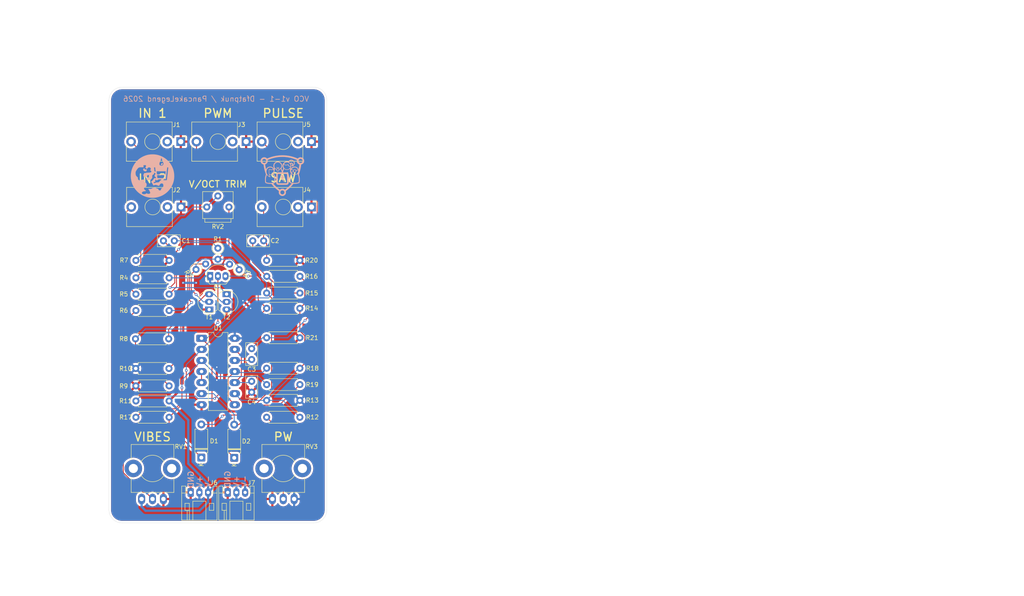
<source format=kicad_pcb>
(kicad_pcb (version 20241229) (generator "pcbnew") (generator_version "9.0")
  (layers (0 "F.Cu" signal) (2 "B.Cu" signal) (13 "F.Paste" user) (15 "B.Paste" user) (5 "F.SilkS" user "F.Silkscreen") (7 "B.SilkS" user "B.Silkscreen") (1 "F.Mask" user) (3 "B.Mask" user) (25 "Edge.Cuts" user))
  (net 0 "")
  (net 1 "Net-(D1-A)")
  (net 2 "Net-(D2-K)")
  (net 3 "Net-(D1-K)")
  (net 4 "Net-(C2-Pad2)")
  (net 5 "Net-(C3-Pad1)")
  (net 6 "Net-(C3-Pad2)")
  (net 7 "Net-(D2-A)")
  (net 9 "GND")
  (net 10 "Net-(J1-PadT)")
  (net 11 "Net-(J2-PadT)")
  (net 13 "Net-(J3-PadT)")
  (net 17 "VDD")
  (net 18 "Net-(Q1-B)")
  (net 19 "Net-(Q1-E)")
  (net 20 "Net-(R1-Pad1)")
  (net 21 "Net-(R2-Pad2)")
  (net 22 "Net-(R6-Pad1)")
  (net 23 "Net-(T1-B)")
  (net 24 "Net-(R7-Pad1)")
  (net 25 "Net-(T1-E)")
  (net 26 "VSS")
  (net 27 "Net-(R12-Pad1)")
  (net 28 "Net-(R12-Pad2)")
  (net 29 "Net-(R17-Pad2)")
  (net 30 "Net-(R18-Pad2)")
  (net 31 "Net-(U1-Pad4)")
  (net 32 "Net-(C4-Pad2)")
  (net 33 "Net-(R3-Pad2)")
  (footprint "HackSynth:Potentiometer_Alps_RK09K_Horizontal" (layer "F.Cu") (at 90 137.5)
    (property "Reference" "RV3" (at 6.5 -5 0) (layer "F.SilkS"))
    (property "Value" "22k")
    (pad "" np_thru_hole circle (at -4.4 0 90) (size 4 4) (drill 2.1) (layers "*.Cu" "*.Mask"))
    (pad "" np_thru_hole circle (at 4.4 0 90) (size 4 4) (drill 2.1) (layers "*.Cu" "*.Mask"))
    (pad "1" thru_hole oval (at 2.500001 7 90) (size 2.4 1.6) (drill 1) (layers "*.Cu" "*.Mask") (net 17 "VDD"))
    (pad "2" thru_hole oval (at 0 7 90) (size 2.4 1.6) (drill 1) (layers "*.Cu" "*.Mask") (net 27 "Net-(R12-Pad1)"))
    (pad "3" thru_hole oval (at -2.500001 7 90) (size 2.4 1.6) (drill 1) (layers "*.Cu" "*.Mask") (net 9 "GND"))
  )
  (footprint "HackSynth:TO-92_Inline - Handsolder" (layer "F.Cu") (at 73.73 93.36)
    (property "Reference" "Q1" (at 1.28 2.56 0) (layer "F.SilkS"))
    (property "Value" "BC548 NPN")
    (pad "1" thru_hole rect (at -0.5 0) (size 1.35 1.9) (drill 0.75) (layers "*.Cu" "*.Mask") (net 17 "VDD"))
    (pad "2" thru_hole oval (at 1.27 0) (size 1.35 1.9) (drill 0.75) (layers "*.Cu" "*.Mask" "Eco1.User") (net 18 "Net-(Q1-B)"))
    (pad "3" thru_hole oval (at 3 0) (size 1.35 1.9) (drill 0.75) (layers "*.Cu" "*.Mask") (net 19 "Net-(Q1-E)"))
  )
  (footprint "Resistor_THT:R_Axial_DIN0207_L6.3mm_D2.5mm_P7.62mm_Horizontal" (layer "F.Cu") (at 56.19 89.75)
    (property "Reference" "R7" (at -2.74 -0.025 0) (layer "F.SilkS"))
    (property "Value" "1.5k")
    (pad "1" thru_hole circle (at 0 0) (size 1.6 1.6) (drill 0.8) (layers "*.Cu" "*.Mask") (net 24 "Net-(R7-Pad1)"))
    (pad "2" thru_hole circle (at 7.62 0) (size 1.6 1.6) (drill 0.8) (layers "*.Cu" "*.Mask") (net 9 "GND"))
  )
  (footprint "Resistor_THT:R_Axial_DIN0207_L6.3mm_D2.5mm_P7.62mm_Horizontal" (layer "F.Cu") (at 56.19 97.5)
    (property "Reference" "R5" (at -2.79 0 0) (layer "F.SilkS"))
    (property "Value" "100k")
    (pad "1" thru_hole circle (at 0 0) (size 1.6 1.6) (drill 0.8) (layers "*.Cu" "*.Mask") (net 11 "Net-(J2-PadT)"))
    (pad "2" thru_hole circle (at 7.62 0) (size 1.6 1.6) (drill 0.8) (layers "*.Cu" "*.Mask") (net 20 "Net-(R1-Pad1)"))
  )
  (footprint "HackSynth:Jack_3.5mm" (layer "F.Cu") (at 75 62.5 90)
    (property "Reference" "J3" (at 3.9 5.425 180) (layer "F.SilkS"))
    (property "Value" "PWM")
    (pad "G" thru_hole rect (at 0 6.48 90) (size 2 2) (drill 1.2) (layers "*.Cu" "*.Mask") (net 9 "GND"))
    (pad "S" thru_hole circle (at 0 3.38 90) (size 2.2 2.2) (drill 1.2) (layers "*.Cu" "*.Mask"))
    (pad "T" thru_hole circle (at 0 -4.92 90) (size 2.2 2.2) (drill 1.2) (layers "*.Cu" "*.Mask") (net 13 "Net-(J3-PadT)"))
    (zone (net 0) (net_name "") (layer "F.Cu") (connect_pads (clearance 0)) (min_thickness 0.254)
      (keepout (tracks not_allowed) (vias not_allowed) (pads not_allowed) (copperpour not_allowed) (footprints not_allowed))
      (fill (thermal_gap 0.508) (thermal_bridge_width 0.508))
      (polygon (pts (xy 75 64.005141) (xy 75.245829 63.98493) (xy 75.485055 63.924841) (xy 75.711256 63.826486) (xy 75.918355 63.692508) (xy 76.10079 63.526504) (xy 76.253664 63.332932) (xy 76.372869 63.116992) (xy 76.455206 62.884482) (xy 76.498461 62.641646) (xy 76.501475 62.395007) (xy 76.464165 62.151187) (xy 76.387534 61.916734) (xy 76.27364 61.697946) (xy 76.125542 61.500697) (xy 75.947216 61.330286) (xy 75.743452 61.191288) (xy 75.519722 61.087436) (xy 75.282035 61.021519) (xy 75.036774 60.995308) (xy 74.790525 61.009507) (xy 74.549901 61.063734) (xy 74.321366 61.156532) (xy 74.111055 61.285411) (xy 73.924618 61.446908) (xy 73.767061 61.636687) (xy 73.642615 61.84965) (xy 73.554623 62.080079) (xy 73.505447 62.321785) (xy 73.496408 62.568278) (xy 73.52775 62.812936) (xy 73.59863 63.049191) (xy 73.707144 63.270697) (xy 73.850379 63.471505) (xy 74.024488 63.646223) (xy 74.224795 63.790158) (xy 74.445921 63.899445) (xy 74.681926 63.971149) (xy 74.926474 64.003344)))
    )
  )
  (footprint "HackSynth:JST_PH_S3B-PH-K_1x03_P2.00mm_Horizontal" (layer "F.Cu") (at 68.75 143)
    (property "Reference" "J6" (at 5.325 -2.225 0) (layer "F.SilkS"))
    (property "Value" "Conn_01x03_Pin")
    (fp_text user "GND" (at 0.05 -5.05 90) (layer "B.SilkS") (effects (font (size 1.27 1.27) (thickness 0.2)) (justify left mirror)))
    (fp_text user "+V" (at 2.05 -3.95 90) (layer "B.SilkS") (effects (font (size 1.27 1.27) (thickness 0.2)) (justify left mirror)))
    (fp_text user "-V" (at 3.975 -3.975 90) (layer "B.SilkS") (effects (font (size 1.27 1.27) (thickness 0.2)) (justify left mirror)))
    (pad "1" thru_hole roundrect (at 0 0) (size 1.4 2) (drill 0.75) (layers "*.Cu" "*.Mask") (roundrect_rratio 0.208333) (net 9 "GND"))
    (pad "2" thru_hole oval (at 2 0) (size 1.4 2) (drill 0.75) (layers "*.Cu" "*.Mask") (net 17 "VDD"))
    (pad "3" thru_hole oval (at 4 0) (size 1.4 2) (drill 0.75) (layers "*.Cu" "*.Mask") (net 26 "VSS"))
  )
  (footprint "Resistor_THT:R_Axial_DIN0207_L6.3mm_D2.5mm_P7.62mm_Horizontal" (layer "F.Cu") (at 86.19 107.5)
    (property "Reference" "R21" (at 10.41 0.01 0) (layer "F.SilkS"))
    (property "Value" "100k")
    (pad "1" thru_hole circle (at 0 0) (size 1.6 1.6) (drill 0.8) (layers "*.Cu" "*.Mask") (net 6 "Net-(C3-Pad2)"))
    (pad "2" thru_hole circle (at 7.62 0) (size 1.6 1.6) (drill 0.8) (layers "*.Cu" "*.Mask") (net 9 "GND"))
  )
  (footprint "Capacitor_THT:C_Disc_D5.0mm_W2.5mm_P2.50mm" (layer "F.Cu") (at 82.75 112.5 90)
    (property "Reference" "C3" (at -2.25 0 180) (layer "F.SilkS"))
    (property "Value" "220nF")
    (pad "1" thru_hole circle (at 0 0 90) (size 1.6 1.6) (drill 0.8) (layers "*.Cu" "*.Mask") (net 5 "Net-(C3-Pad1)"))
    (pad "2" thru_hole circle (at 2.5 0 90) (size 1.6 1.6) (drill 0.8) (layers "*.Cu" "*.Mask") (net 6 "Net-(C3-Pad2)"))
  )
  (footprint "Resistor_THT:R_Axial_DIN0207_L6.3mm_D2.5mm_P2.54mm_Vertical" (layer "F.Cu") (at 79.874997 91.8925 150)
    (property "Reference" "R3" (at -2.15255 0.02168 240) (layer "F.SilkS"))
    (property "Value" "10k NTC")
    (pad "1" thru_hole circle (at 0 0 150) (size 1.6 1.6) (drill 0.8) (layers "*.Cu" "*.Mask") (net 23 "Net-(T1-B)"))
    (pad "2" thru_hole circle (at 2.54 0 150) (size 1.6 1.6) (drill 0.8) (layers "*.Cu" "*.Mask") (net 33 "Net-(R3-Pad2)"))
  )
  (footprint "HackSynth:Jack_3.5mm" (layer "F.Cu") (at 60 62.5 90)
    (property "Reference" "J1" (at 3.875 5.5 180) (layer "F.SilkS"))
    (property "Value" "CV IN 1")
    (pad "G" thru_hole rect (at 0 6.48 90) (size 2 2) (drill 1.2) (layers "*.Cu" "*.Mask") (net 9 "GND"))
    (pad "S" thru_hole circle (at 0 3.38 90) (size 2.2 2.2) (drill 1.2) (layers "*.Cu" "*.Mask"))
    (pad "T" thru_hole circle (at 0 -4.92 90) (size 2.2 2.2) (drill 1.2) (layers "*.Cu" "*.Mask") (net 10 "Net-(J1-PadT)"))
    (zone (net 0) (net_name "") (layer "F.Cu") (connect_pads (clearance 0)) (min_thickness 0.254)
      (keepout (tracks not_allowed) (vias not_allowed) (pads not_allowed) (copperpour not_allowed) (footprints not_allowed))
      (fill (thermal_gap 0.508) (thermal_bridge_width 0.508))
      (polygon (pts (xy 60 64.005141) (xy 60.245829 63.98493) (xy 60.485055 63.924841) (xy 60.711256 63.826486) (xy 60.918355 63.692508) (xy 61.10079 63.526504) (xy 61.253664 63.332932) (xy 61.372869 63.116992) (xy 61.455206 62.884482) (xy 61.498461 62.641646) (xy 61.501475 62.395007) (xy 61.464165 62.151187) (xy 61.387534 61.916734) (xy 61.27364 61.697946) (xy 61.125542 61.500697) (xy 60.947216 61.330286) (xy 60.743452 61.191288) (xy 60.519722 61.087436) (xy 60.282035 61.021519) (xy 60.036774 60.995308) (xy 59.790525 61.009507) (xy 59.549901 61.063734) (xy 59.321366 61.156532) (xy 59.111055 61.285411) (xy 58.924618 61.446908) (xy 58.767061 61.636687) (xy 58.642615 61.84965) (xy 58.554623 62.080079) (xy 58.505447 62.321785) (xy 58.496408 62.568278) (xy 58.52775 62.812936) (xy 58.59863 63.049191) (xy 58.707144 63.270697) (xy 58.850379 63.471505) (xy 59.024488 63.646223) (xy 59.224795 63.790158) (xy 59.445921 63.899445) (xy 59.681926 63.971149) (xy 59.926474 64.003344)))
    )
  )
  (footprint "Resistor_THT:R_Axial_DIN0207_L6.3mm_D2.5mm_P7.62mm_Horizontal" (layer "F.Cu") (at 86.193333 89.75)
    (property "Reference" "R20" (at 10.326667 -0.01 0) (layer "F.SilkS"))
    (property "Value" "100k")
    (pad "1" thru_hole circle (at 0 0) (size 1.6 1.6) (drill 0.8) (layers "*.Cu" "*.Mask") (net 4 "Net-(C2-Pad2)"))
    (pad "2" thru_hole circle (at 7.62 0) (size 1.6 1.6) (drill 0.8) (layers "*.Cu" "*.Mask") (net 9 "GND"))
  )
  (footprint "Resistor_THT:R_Axial_DIN0207_L6.3mm_D2.5mm_P7.62mm_Horizontal" (layer "F.Cu") (at 56.19 122)
    (property "Reference" "R11" (at -2.365 0 0) (layer "F.SilkS"))
    (property "Value" "10k")
    (pad "1" thru_hole circle (at 0 0) (size 1.6 1.6) (drill 0.8) (layers "*.Cu" "*.Mask") (net 19 "Net-(Q1-E)"))
    (pad "2" thru_hole circle (at 7.62 0) (size 1.6 1.6) (drill 0.8) (layers "*.Cu" "*.Mask") (net 26 "VSS"))
  )
  (footprint "Resistor_THT:R_Axial_DIN0207_L6.3mm_D2.5mm_P7.62mm_Horizontal" (layer "F.Cu") (at 86.19 125.75)
    (property "Reference" "R12" (at 10.5 -0.03 0) (layer "F.SilkS"))
    (property "Value" "100k")
    (pad "1" thru_hole circle (at 0 0) (size 1.6 1.6) (drill 0.8) (layers "*.Cu" "*.Mask") (net 27 "Net-(R12-Pad1)"))
    (pad "2" thru_hole circle (at 7.62 0) (size 1.6 1.6) (drill 0.8) (layers "*.Cu" "*.Mask") (net 28 "Net-(R12-Pad2)"))
  )
  (footprint "Capacitor_THT:C_Disc_D5.0mm_W2.5mm_P2.50mm" (layer "F.Cu") (at 62.5 85.25)
    (property "Reference" "C1" (at 5.19 0.01 0) (layer "F.SilkS"))
    (property "Value" "2.2nF")
    (pad "1" thru_hole circle (at 0 0) (size 1.6 1.6) (drill 0.8) (layers "*.Cu" "*.Mask") (net 2 "Net-(D2-K)"))
    (pad "2" thru_hole circle (at 2.5 0) (size 1.6 1.6) (drill 0.8) (layers "*.Cu" "*.Mask") (net 1 "Net-(D1-A)"))
  )
  (footprint "Resistor_THT:R_Axial_DIN0207_L6.3mm_D2.5mm_P7.62mm_Horizontal" (layer "F.Cu") (at 86.21 93.41)
    (property "Reference" "R16" (at 10.29 0.015 0) (layer "F.SilkS"))
    (property "Value" "47k")
    (pad "1" thru_hole circle (at 0 0) (size 1.6 1.6) (drill 0.8) (layers "*.Cu" "*.Mask") (net 3 "Net-(D1-K)"))
    (pad "2" thru_hole circle (at 7.62 0) (size 1.6 1.6) (drill 0.8) (layers "*.Cu" "*.Mask") (net 28 "Net-(R12-Pad2)"))
  )
  (footprint "Resistor_THT:R_Axial_DIN0207_L6.3mm_D2.5mm_P7.62mm_Horizontal" (layer "F.Cu") (at 63.71 107.75 180)
    (property "Reference" "R8" (at 10.335 0 180) (layer "F.SilkS"))
    (property "Value" "100k")
    (pad "1" thru_hole circle (at 0 0 180) (size 1.6 1.6) (drill 0.8) (layers "*.Cu" "*.Mask") (net 13 "Net-(J3-PadT)"))
    (pad "2" thru_hole circle (at 7.62 0 180) (size 1.6 1.6) (drill 0.8) (layers "*.Cu" "*.Mask") (net 18 "Net-(Q1-B)"))
  )
  (footprint "HackSynth:DIP-14_W7.62mm_LongPads" (layer "F.Cu") (at 71.25 107.63)
    (property "Reference" "U1" (at 3.81 -2.33 0) (layer "F.SilkS"))
    (property "Value" "4069")
    (pad "1" thru_hole roundrect (at 0 0) (size 2.4 1.6) (drill 0.8) (layers "*.Cu" "*.Mask") (roundrect_rratio 0.15625) (net 2 "Net-(D2-K)"))
    (pad "2" thru_hole oval (at 0 2.54) (size 2.4 1.6) (drill 0.8) (layers "*.Cu" "*.Mask") (net 3 "Net-(D1-K)"))
    (pad "3" thru_hole oval (at 0 5.08) (size 2.4 1.6) (drill 0.8) (layers "*.Cu" "*.Mask") (net 29 "Net-(R17-Pad2)"))
    (pad "4" thru_hole oval (at 0 7.62) (size 2.4 1.6) (drill 0.8) (layers "*.Cu" "*.Mask") (net 31 "Net-(U1-Pad4)"))
    (pad "5" thru_hole oval (at 0 10.16) (size 2.4 1.6) (drill 0.8) (layers "*.Cu" "*.Mask") (net 31 "Net-(U1-Pad4)"))
    (pad "6" thru_hole oval (at 0 12.7) (size 2.4 1.6) (drill 0.8) (layers "*.Cu" "*.Mask") (net 7 "Net-(D2-A)"))
    (pad "7" thru_hole oval (at 0 15.24) (size 2.4 1.6) (drill 0.8) (layers "*.Cu" "*.Mask") (net 9 "GND"))
    (pad "8" thru_hole oval (at 7.62 15.24) (size 2.4 1.6) (drill 0.8) (layers "*.Cu" "*.Mask") (net 30 "Net-(R18-Pad2)"))
    (pad "9" thru_hole oval (at 7.62 12.7) (size 2.4 1.6) (drill 0.8) (layers "*.Cu" "*.Mask") (net 28 "Net-(R12-Pad2)"))
    (pad "10" thru_hole oval (at 7.62 10.16) (size 2.4 1.6) (drill 0.8) (layers "*.Cu" "*.Mask") (net 32 "Net-(C4-Pad2)"))
    (pad "11" thru_hole oval (at 7.62 7.62) (size 2.4 1.6) (drill 0.8) (layers "*.Cu" "*.Mask") (net 30 "Net-(R18-Pad2)"))
    (pad "12" thru_hole oval (at 7.62 5.08) (size 2.4 1.6) (drill 0.8) (layers "*.Cu" "*.Mask") (net 5 "Net-(C3-Pad1)"))
    (pad "13" thru_hole oval (at 7.62 2.54) (size 2.4 1.6) (drill 0.8) (layers "*.Cu" "*.Mask") (net 32 "Net-(C4-Pad2)"))
    (pad "14" thru_hole oval (at 7.62 0) (size 2.4 1.6) (drill 0.8) (layers "*.Cu" "*.Mask") (net 17 "VDD"))
  )
  (footprint "Diode_THT:D_A-405_P7.62mm_Horizontal" (layer "F.Cu") (at 71.2 135.01 90)
    (property "Reference" "D1" (at 3.81 2.93 180) (layer "F.SilkS"))
    (property "Value" "1N4148" (hide yes))
    (fp_text user "K" (at -1.59 0 90) (layer "F.SilkS"))
    (pad "1" thru_hole roundrect (at 0 0 90) (size 1.8 1.8) (drill 0.9) (layers "*.Cu" "*.Mask") (roundrect_rratio 0.138889) (net 3 "Net-(D1-K)"))
    (pad "2" thru_hole circle (at 7.62 0 90) (size 1.8 1.8) (drill 0.9) (layers "*.Cu" "*.Mask") (net 1 "Net-(D1-A)"))
  )
  (footprint "HackSynth:Potentiometer_Alps_RK09K_Horizontal" (layer "F.Cu") (at 60 137.5)
    (property "Reference" "RV1" (at 6.5 -5 0) (layer "F.SilkS"))
    (property "Value" "22k")
    (pad "" np_thru_hole circle (at -4.4 0 90) (size 4 4) (drill 2.1) (layers "*.Cu" "*.Mask"))
    (pad "" np_thru_hole circle (at 4.4 0 90) (size 4 4) (drill 2.1) (layers "*.Cu" "*.Mask"))
    (pad "1" thru_hole oval (at 2.500001 7 90) (size 2.4 1.6) (drill 1) (layers "*.Cu" "*.Mask") (net 9 "GND"))
    (pad "2" thru_hole oval (at 0 7 90) (size 2.4 1.6) (drill 1) (layers "*.Cu" "*.Mask") (net 22 "Net-(R6-Pad1)"))
    (pad "3" thru_hole oval (at -2.500001 7 90) (size 2.4 1.6) (drill 1) (layers "*.Cu" "*.Mask") (net 26 "VSS"))
  )
  (footprint "Resistor_THT:R_Axial_DIN0207_L6.3mm_D2.5mm_P7.62mm_Horizontal" (layer "F.Cu") (at 86.193333 118.25)
    (property "Reference" "R19" (at 10.436667 0.02 0) (layer "F.SilkS"))
    (property "Value" "22K")
    (pad "1" thru_hole circle (at 0 0) (size 1.6 1.6) (drill 0.8) (layers "*.Cu" "*.Mask") (net 29 "Net-(R17-Pad2)"))
    (pad "2" thru_hole circle (at 7.62 0) (size 1.6 1.6) (drill 0.8) (layers "*.Cu" "*.Mask") (net 7 "Net-(D2-A)"))
  )
  (footprint "Capacitor_THT:C_Disc_D5.0mm_W2.5mm_P2.50mm" (layer "F.Cu") (at 82.75 120 90)
    (property "Reference" "C4" (at -2.25 0 180) (layer "F.SilkS"))
    (property "Value" "220nF")
    (pad "1" thru_hole circle (at 0 0 90) (size 1.6 1.6) (drill 0.8) (layers "*.Cu" "*.Mask") (net 9 "GND"))
    (pad "2" thru_hole circle (at 2.5 0 90) (size 1.6 1.6) (drill 0.8) (layers "*.Cu" "*.Mask") (net 32 "Net-(C4-Pad2)"))
  )
  (footprint "Resistor_THT:R_Axial_DIN0207_L6.3mm_D2.5mm_P7.62mm_Horizontal" (layer "F.Cu") (at 93.81 121.87 180)
    (property "Reference" "R13" (at -2.85 0.02 0) (layer "F.SilkS"))
    (property "Value" "68k")
    (pad "1" thru_hole circle (at 0 0 180) (size 1.6 1.6) (drill 0.8) (layers "*.Cu" "*.Mask") (net 17 "VDD"))
    (pad "2" thru_hole circle (at 7.62 0 180) (size 1.6 1.6) (drill 0.8) (layers "*.Cu" "*.Mask") (net 28 "Net-(R12-Pad2)"))
  )
  (footprint "Capacitor_THT:C_Disc_D5.0mm_W2.5mm_P2.50mm" (layer "F.Cu") (at 83 85.25)
    (property "Reference" "C2" (at 5.09 0 0) (layer "F.SilkS"))
    (property "Value" "220nF")
    (pad "1" thru_hole circle (at 0 0) (size 1.6 1.6) (drill 0.8) (layers "*.Cu" "*.Mask") (net 3 "Net-(D1-K)"))
    (pad "2" thru_hole circle (at 2.5 0) (size 1.6 1.6) (drill 0.8) (layers "*.Cu" "*.Mask") (net 4 "Net-(C2-Pad2)"))
  )
  (footprint "HackSynth:TO-92_Inline - Handsolder" (layer "F.Cu") (at 77 98 -90)
    (property "Reference" "T2" (at 4.76 0 180) (layer "F.SilkS"))
    (property "Value" "BC548 NPN")
    (pad "1" thru_hole rect (at -0.5 0 270) (size 1.35 1.9) (drill 0.75) (layers "*.Cu" "*.Mask") (net 2 "Net-(D2-K)"))
    (pad "2" thru_hole oval (at 1.27 0 270) (size 1.35 1.9) (drill 0.75) (layers "*.Cu" "*.Mask" "Eco1.User") (net 25 "Net-(T1-E)"))
    (pad "3" thru_hole oval (at 3 0 270) (size 1.35 1.9) (drill 0.75) (layers "*.Cu" "*.Mask") (net 9 "GND"))
  )
  (footprint "HackSynth:Jack_3.5mm" (layer "F.Cu") (at 90 77.5 90)
    (property "Reference" "J4" (at 3.925 5.45 180) (layer "F.SilkS"))
    (property "Value" "SAW OUT")
    (pad "G" thru_hole rect (at 0 6.48 90) (size 2 2) (drill 1.2) (layers "*.Cu" "*.Mask") (net 9 "GND"))
    (pad "S" thru_hole circle (at 0 3.38 90) (size 2.2 2.2) (drill 1.2) (layers "*.Cu" "*.Mask"))
    (pad "T" thru_hole circle (at 0 -4.92 90) (size 2.2 2.2) (drill 1.2) (layers "*.Cu" "*.Mask") (net 4 "Net-(C2-Pad2)"))
    (zone (net 0) (net_name "") (layer "F.Cu") (connect_pads (clearance 0)) (min_thickness 0.254)
      (keepout (tracks not_allowed) (vias not_allowed) (pads not_allowed) (copperpour not_allowed) (footprints not_allowed))
      (fill (thermal_gap 0.508) (thermal_bridge_width 0.508))
      (polygon (pts (xy 90 79.005141) (xy 90.245829 78.98493) (xy 90.485055 78.924841) (xy 90.711256 78.826486) (xy 90.918355 78.692508) (xy 91.10079 78.526504) (xy 91.253664 78.332932) (xy 91.372869 78.116992) (xy 91.455206 77.884482) (xy 91.498461 77.641646) (xy 91.501475 77.395007) (xy 91.464165 77.151187) (xy 91.387534 76.916734) (xy 91.27364 76.697946) (xy 91.125542 76.500697) (xy 90.947216 76.330286) (xy 90.743452 76.191288) (xy 90.519722 76.087436) (xy 90.282035 76.021519) (xy 90.036774 75.995308) (xy 89.790525 76.009507) (xy 89.549901 76.063734) (xy 89.321366 76.156532) (xy 89.111055 76.285411) (xy 88.924618 76.446908) (xy 88.767061 76.636687) (xy 88.642615 76.84965) (xy 88.554623 77.080079) (xy 88.505447 77.321785) (xy 88.496408 77.568278) (xy 88.52775 77.812936) (xy 88.59863 78.049191) (xy 88.707144 78.270697) (xy 88.850379 78.471505) (xy 89.024488 78.646223) (xy 89.224795 78.790158) (xy 89.445921 78.899445) (xy 89.681926 78.971149) (xy 89.926474 79.003344)))
    )
  )
  (footprint "HackSynth:TO-92_Inline - Handsolder" (layer "F.Cu") (at 73 100.52 90)
    (property "Reference" "T1" (at -2.24 0.01 180) (layer "F.SilkS"))
    (property "Value" "BC558 PNP")
    (pad "1" thru_hole rect (at -0.5 0 90) (size 1.35 1.9) (drill 0.75) (layers "*.Cu" "*.Mask") (net 26 "VSS"))
    (pad "2" thru_hole oval (at 1.27 0 90) (size 1.35 1.9) (drill 0.75) (layers "*.Cu" "*.Mask" "Eco1.User") (net 23 "Net-(T1-B)"))
    (pad "3" thru_hole oval (at 3 0 90) (size 1.35 1.9) (drill 0.75) (layers "*.Cu" "*.Mask") (net 25 "Net-(T1-E)"))
  )
  (footprint "Diode_THT:D_A-405_P7.62mm_Horizontal" (layer "F.Cu") (at 78.75 135.06 90)
    (property "Reference" "D2" (at 3.81 2.76 180) (layer "F.SilkS"))
    (property "Value" "1N4148" (hide yes))
    (fp_text user "K" (at -1.59 0 90) (layer "F.SilkS"))
    (pad "1" thru_hole roundrect (at 0 0 90) (size 1.8 1.8) (drill 0.9) (layers "*.Cu" "*.Mask") (roundrect_rratio 0.138889) (net 2 "Net-(D2-K)"))
    (pad "2" thru_hole circle (at 7.62 0 90) (size 1.8 1.8) (drill 0.9) (layers "*.Cu" "*.Mask") (net 7 "Net-(D2-A)"))
  )
  (footprint "HackSynth:TrimPot_Bourns_3339S_Horizontal" (layer "F.Cu") (at 75 77.5)
    (property "Reference" "RV2" (at 0 4.5 0) (layer "F.SilkS"))
    (property "Value" "1k Trimpot" (hide yes))
    (pad "1" thru_hole circle (at 2.53 0.005 270) (size 1.6 1.6) (drill 0.8) (layers "*.Cu" "*.Mask") (net 23 "Net-(T1-B)"))
    (pad "2" thru_hole circle (at -0.01 -2.535 270) (size 1.6 1.6) (drill 0.8) (layers "*.Cu" "*.Mask") (net 24 "Net-(R7-Pad1)"))
    (pad "3" thru_hole circle (at -2.55 0.005 270) (size 1.6 1.6) (drill 0.8) (layers "*.Cu" "*.Mask") (net 24 "Net-(R7-Pad1)"))
  )
  (footprint "Resistor_THT:R_Axial_DIN0207_L6.3mm_D2.5mm_P7.62mm_Horizontal" (layer "F.Cu") (at 86.19 100.75)
    (property "Reference" "R14" (at 10.38 -0.01 0) (layer "F.SilkS"))
    (property "Value" "100k")
    (pad "1" thru_hole circle (at 0 0) (size 1.6 1.6) (drill 0.8) (layers "*.Cu" "*.Mask") (net 19 "Net-(Q1-E)"))
    (pad "2" thru_hole circle (at 7.62 0) (size 1.6 1.6) (drill 0.8) (layers "*.Cu" "*.Mask") (net 28 "Net-(R12-Pad2)"))
  )
  (footprint "Resistor_THT:R_Axial_DIN0207_L6.3mm_D2.5mm_P7.62mm_Horizontal" (layer "F.Cu") (at 56.19 93.75)
    (property "Reference" "R4" (at -2.765 0 0) (layer "F.SilkS"))
    (property "Value" "100k")
    (pad "1" thru_hole circle (at 0 0) (size 1.6 1.6) (drill 0.8) (layers "*.Cu" "*.Mask") (net 10 "Net-(J1-PadT)"))
    (pad "2" thru_hole circle (at 7.62 0) (size 1.6 1.6) (drill 0.8) (layers "*.Cu" "*.Mask") (net 33 "Net-(R3-Pad2)"))
  )
  (footprint "Resistor_THT:R_Axial_DIN0207_L6.3mm_D2.5mm_P7.62mm_Horizontal" (layer "F.Cu") (at 93.813333 114.5 180)
    (property "Reference" "R18" (at -2.876667 -0.02 180) (layer "F.SilkS"))
    (property "Value" "100k")
    (pad "1" thru_hole circle (at 0 0 180) (size 1.6 1.6) (drill 0.8) (layers "*.Cu" "*.Mask") (net 28 "Net-(R12-Pad2)"))
    (pad "2" thru_hole circle (at 7.62 0 180) (size 1.6 1.6) (drill 0.8) (layers "*.Cu" "*.Mask") (net 30 "Net-(R18-Pad2)"))
  )
  (footprint "Resistor_THT:R_Axial_DIN0207_L6.3mm_D2.5mm_P7.62mm_Horizontal" (layer "F.Cu") (at 63.8 118.54 180)
    (property "Reference" "R9" (at 10.425 -0.06 180) (layer "F.SilkS"))
    (property "Value" "1M")
    (pad "1" thru_hole circle (at 0 0 180) (size 1.6 1.6) (drill 0.8) (layers "*.Cu" "*.Mask") (net 18 "Net-(Q1-B)"))
    (pad "2" thru_hole circle (at 7.62 0 180) (size 1.6 1.6) (drill 0.8) (layers "*.Cu" "*.Mask") (net 9 "GND"))
  )
  (footprint "Resistor_THT:R_Axial_DIN0207_L6.3mm_D2.5mm_P7.62mm_Horizontal" (layer "F.Cu") (at 63.81 125.75 180)
    (property "Reference" "R17" (at 9.96 0 180) (layer "F.SilkS"))
    (property "Value" "10k")
    (pad "1" thru_hole circle (at 0 0 180) (size 1.6 1.6) (drill 0.8) (layers "*.Cu" "*.Mask") (net 3 "Net-(D1-K)"))
    (pad "2" thru_hole circle (at 7.62 0 180) (size 1.6 1.6) (drill 0.8) (layers "*.Cu" "*.Mask") (net 29 "Net-(R17-Pad2)"))
  )
  (footprint "HackSynth:Module 50x100mm" (layer "F.Cu") (at 75 100)
    (property "Reference" "REF**" (hide yes))
    (property "Value" "Untitled" (hide yes))
    (fp_line (start -24.999999 -47) (end -25 47) (stroke (width 0.05)) (layer "Edge.Cuts"))
    (fp_line (start -21.999999 49.999999) (end 22 50) (stroke (width 0.05)) (layer "Edge.Cuts"))
    (fp_line (start 22 -50) (end -21.999999 -50) (stroke (width 0.05)) (layer "Edge.Cuts"))
    (fp_line (start 25 47) (end 25 -47) (stroke (width 0.05)) (layer "Edge.Cuts"))
    (fp_arc (start -25 -47) (mid -24.12132 -49.12132) (end -22 -50) (stroke (width 0.05)) (layer "Edge.Cuts"))
    (fp_arc (start -22 50) (mid -24.12132 49.12132) (end -25 47) (stroke (width 0.05)) (layer "Edge.Cuts"))
    (fp_arc (start 22 -50) (mid 24.12132 -49.12132) (end 25 -47) (stroke (width 0.05)) (layer "Edge.Cuts"))
    (fp_arc (start 25 47) (mid 24.12132 49.12132) (end 22 50) (stroke (width 0.05)) (layer "Edge.Cuts"))
  )
  (footprint "Resistor_THT:R_Axial_DIN0207_L6.3mm_D2.5mm_P2.54mm_Vertical" (layer "F.Cu") (at 69.985004 91.8425 30)
    (property "Reference" "R2" (at -2.13041 0.01997 120) (layer "F.SilkS"))
    (property "Value" "10k NTC")
    (pad "1" thru_hole circle (at 0 0 30) (size 1.6 1.6) (drill 0.8) (layers "*.Cu" "*.Mask") (net 23 "Net-(T1-B)"))
    (pad "2" thru_hole circle (at 2.54 0 30) (size 1.6 1.6) (drill 0.8) (layers "*.Cu" "*.Mask") (net 21 "Net-(R2-Pad2)"))
  )
  (footprint "Resistor_THT:R_Axial_DIN0207_L6.3mm_D2.5mm_P7.62mm_Horizontal" (layer "F.Cu") (at 56.19 101.25)
    (property "Reference" "R6" (at -2.79 0 0) (layer "F.SilkS"))
    (property "Value" "100k")
    (pad "1" thru_hole circle (at 0 0) (size 1.6 1.6) (drill 0.8) (layers "*.Cu" "*.Mask") (net 22 "Net-(R6-Pad1)"))
    (pad "2" thru_hole circle (at 7.62 0) (size 1.6 1.6) (drill 0.8) (layers "*.Cu" "*.Mask") (net 21 "Net-(R2-Pad2)"))
  )
  (footprint "Resistor_THT:R_Axial_DIN0207_L6.3mm_D2.5mm_P7.62mm_Horizontal" (layer "F.Cu") (at 56.15 114.55)
    (property "Reference" "R10" (at -2.325 0.025 0) (layer "F.SilkS"))
    (property "Value" "1M")
    (pad "1" thru_hole circle (at 0 0) (size 1.6 1.6) (drill 0.8) (layers "*.Cu" "*.Mask") (net 17 "VDD"))
    (pad "2" thru_hole circle (at 7.62 0) (size 1.6 1.6) (drill 0.8) (layers "*.Cu" "*.Mask") (net 25 "Net-(T1-E)"))
  )
  (footprint "HackSynth:Jack_3.5mm" (layer "F.Cu") (at 60.05 77.5 90)
    (property "Reference" "J2" (at 3.9 5.475 180) (layer "F.SilkS"))
    (property "Value" "CV IN 2")
    (pad "G" thru_hole rect (at 0 6.48 90) (size 2 2) (drill 1.2) (layers "*.Cu" "*.Mask") (net 9 "GND"))
    (pad "S" thru_hole circle (at 0 3.38 90) (size 2.2 2.2) (drill 1.2) (layers "*.Cu" "*.Mask"))
    (pad "T" thru_hole circle (at 0 -4.92 90) (size 2.2 2.2) (drill 1.2) (layers "*.Cu" "*.Mask") (net 11 "Net-(J2-PadT)"))
    (zone (net 0) (net_name "") (layer "F.Cu") (connect_pads (clearance 0)) (min_thickness 0.254)
      (keepout (tracks not_allowed) (vias not_allowed) (pads not_allowed) (copperpour not_allowed) (footprints not_allowed))
      (fill (thermal_gap 0.508) (thermal_bridge_width 0.508))
      (polygon (pts (xy 60.05 79.005141) (xy 60.295829 78.98493) (xy 60.535055 78.924841) (xy 60.761256 78.826486) (xy 60.968355 78.692508) (xy 61.15079 78.526504) (xy 61.303664 78.332932) (xy 61.422869 78.116992) (xy 61.505206 77.884482) (xy 61.548461 77.641646) (xy 61.551475 77.395007) (xy 61.514165 77.151187) (xy 61.437534 76.916734) (xy 61.32364 76.697946) (xy 61.175542 76.500697) (xy 60.997216 76.330286) (xy 60.793452 76.191288) (xy 60.569722 76.087436) (xy 60.332035 76.021519) (xy 60.086774 75.995308) (xy 59.840525 76.009507) (xy 59.599901 76.063734) (xy 59.371366 76.156532) (xy 59.161055 76.285411) (xy 58.974618 76.446908) (xy 58.817061 76.636687) (xy 58.692615 76.84965) (xy 58.604623 77.080079) (xy 58.555447 77.321785) (xy 58.546408 77.568278) (xy 58.57775 77.812936) (xy 58.64863 78.049191) (xy 58.757144 78.270697) (xy 58.900379 78.471505) (xy 59.074488 78.646223) (xy 59.274795 78.790158) (xy 59.495921 78.899445) (xy 59.731926 78.971149) (xy 59.976474 79.003344)))
    )
  )
  (footprint "Resistor_THT:R_Axial_DIN0207_L6.3mm_D2.5mm_P2.54mm_Vertical" (layer "F.Cu") (at 75 86.955 -90)
    (property "Reference" "R1" (at -2.08 0.025 180) (layer "F.SilkS"))
    (property "Value" "10k NTC")
    (pad "1" thru_hole circle (at 0 0 270) (size 1.6 1.6) (drill 0.8) (layers "*.Cu" "*.Mask") (net 20 "Net-(R1-Pad1)"))
    (pad "2" thru_hole circle (at 2.54 0 270) (size 1.6 1.6) (drill 0.8) (layers "*.Cu" "*.Mask") (net 23 "Net-(T1-B)"))
  )
  (footprint "HackSynth:Jack_3.5mm" (layer "F.Cu") (at 90 62.5 90)
    (property "Reference" "J5" (at 3.925 5.425 180) (layer "F.SilkS"))
    (property "Value" "PULSE OUT")
    (pad "G" thru_hole rect (at 0 6.48 90) (size 2 2) (drill 1.2) (layers "*.Cu" "*.Mask") (net 9 "GND"))
    (pad "S" thru_hole circle (at 0 3.38 90) (size 2.2 2.2) (drill 1.2) (layers "*.Cu" "*.Mask"))
    (pad "T" thru_hole circle (at 0 -4.92 90) (size 2.2 2.2) (drill 1.2) (layers "*.Cu" "*.Mask") (net 6 "Net-(C3-Pad2)"))
    (zone (net 0) (net_name "") (layer "F.Cu") (connect_pads (clearance 0)) (min_thickness 0.254)
      (keepout (tracks not_allowed) (vias not_allowed) (pads not_allowed) (copperpour not_allowed) (footprints not_allowed))
      (fill (thermal_gap 0.508) (thermal_bridge_width 0.508))
      (polygon (pts (xy 90 64.005141) (xy 90.245829 63.98493) (xy 90.485055 63.924841) (xy 90.711256 63.826486) (xy 90.918355 63.692508) (xy 91.10079 63.526504) (xy 91.253664 63.332932) (xy 91.372869 63.116992) (xy 91.455206 62.884482) (xy 91.498461 62.641646) (xy 91.501475 62.395007) (xy 91.464165 62.151187) (xy 91.387534 61.916734) (xy 91.27364 61.697946) (xy 91.125542 61.500697) (xy 90.947216 61.330286) (xy 90.743452 61.191288) (xy 90.519722 61.087436) (xy 90.282035 61.021519) (xy 90.036774 60.995308) (xy 89.790525 61.009507) (xy 89.549901 61.063734) (xy 89.321366 61.156532) (xy 89.111055 61.285411) (xy 88.924618 61.446908) (xy 88.767061 61.636687) (xy 88.642615 61.84965) (xy 88.554623 62.080079) (xy 88.505447 62.321785) (xy 88.496408 62.568278) (xy 88.52775 62.812936) (xy 88.59863 63.049191) (xy 88.707144 63.270697) (xy 88.850379 63.471505) (xy 89.024488 63.646223) (xy 89.224795 63.790158) (xy 89.445921 63.899445) (xy 89.681926 63.971149) (xy 89.926474 64.003344)))
    )
  )
  (footprint "Resistor_THT:R_Axial_DIN0207_L6.3mm_D2.5mm_P7.62mm_Horizontal" (layer "F.Cu") (at 86.193333 97.25)
    (property "Reference" "R15" (at 10.356667 0.02 0) (layer "F.SilkS"))
    (property "Value" "680R")
    (pad "1" thru_hole circle (at 0 0) (size 1.6 1.6) (drill 0.8) (layers "*.Cu" "*.Mask") (net 1 "Net-(D1-A)"))
    (pad "2" thru_hole circle (at 7.62 0) (size 1.6 1.6) (drill 0.8) (layers "*.Cu" "*.Mask") (net 3 "Net-(D1-K)"))
  )
  (footprint "HackSynth:JST_PH_S3B-PH-K_1x03_P2.00mm_Horizontal" (layer "F.Cu") (at 77.25 143)
    (property "Reference" "J7" (at 5.45 -2.2 0) (layer "F.SilkS"))
    (property "Value" "Conn_01x03_Pin")
    (fp_text user "-V" (at 3.9 -4 90) (layer "B.SilkS") (effects (font (size 1.27 1.27) (thickness 0.2)) (justify left mirror)))
    (fp_text user "GND" (at -0.025 -5.075 90) (layer "B.SilkS") (effects (font (size 1.27 1.27) (thickness 0.2)) (justify left mirror)))
    (fp_text user "+V" (at 2 -3.95 90) (layer "B.SilkS") (effects (font (size 1.27 1.27) (thickness 0.2)) (justify left mirror)))
    (pad "1" thru_hole roundrect (at 0 0) (size 1.4 2) (drill 0.75) (layers "*.Cu" "*.Mask") (roundrect_rratio 0.208333) (net 9 "GND"))
    (pad "2" thru_hole oval (at 2 0) (size 1.4 2) (drill 0.75) (layers "*.Cu" "*.Mask") (net 17 "VDD"))
    (pad "3" thru_hole oval (at 4 0) (size 1.4 2) (drill 0.75) (layers "*.Cu" "*.Mask") (net 26 "VSS"))
  )
  (footprint "HackSynth:CCHS Logo - 10mm" (layer "B.Cu") (at 89.8 70.3 180)
    (property "Reference" "Ref**" (hide yes))
    (property "Value" "Val**" (hide yes))
  )
  (footprint "HackSynth:PancakeLegend Logo - 10mm" (layer "B.Cu") (at 60 70.4 180)
    (property "Reference" "Ref**" (hide yes))
    (property "Value" "Val**" (hide yes))
  )
  (gr_text "IN 2" (at 60 71 0) (layer "F.SilkS") (effects (font (size 2 2) (thickness 0.3))))
  (gr_text "PWM" (at 75 56 0) (layer "F.SilkS") (effects (font (size 2 2) (thickness 0.3))))
  (gr_text "SAW" (at 90 70.75 0) (layer "F.SilkS") (effects (font (size 2 2) (thickness 0.3))))
  (gr_text "VIBES" (at 60 130.25 0) (layer "F.SilkS") (effects (font (size 2 2) (thickness 0.3))))
  (gr_text "PULSE" (at 90 56 0) (layer "F.SilkS") (effects (font (size 2 2) (thickness 0.3))))
  (gr_text "IN 1" (at 60 56 0) (layer "F.SilkS") (effects (font (size 2 2) (thickness 0.3))))
  (gr_text "PW" (at 90 130.25 0) (layer "F.SilkS") (effects (font (size 2 2) (thickness 0.3))))
  (gr_text "V/OCT TRIM" (at 75 72.25 0) (layer "F.SilkS") (effects (font (size 1.5 1.5) (thickness 0.25) (bold yes))))
  (gr_text "VCO v1-1 - Dfatpnuk / PancakeLegend 2026" (at 96 53.4 0) (layer "B.SilkS") (effects (font (size 1.2 1.2)) (justify left bottom mirror)))
  (segment (start 87.294333 119.205667) (end 81.25 125.25) (width 0.2) (layer "F.Cu") (net 1))
  (segment (start 76.25 125.25) (end 76 125.5) (width 0.2) (layer "F.Cu") (net 1))
  (segment (start 81.25 125.25) (end 76.25 125.25) (width 0.2) (layer "F.Cu") (net 1))
  (segment (start 87.294333 98.351) (end 87.294333 119.205667) (width 0.2) (layer "F.Cu") (net 1))
  (segment (start 86.193333 97.25) (end 87.294333 98.351) (width 0.2) (layer "F.Cu") (net 1))
  (via (at 76 125.5) (size 0.6) (drill 0.3) (layers "F.Cu" "B.Cu") (net 1))
  (segment (start 74.11 127.39) (end 71.2 127.39) (width 0.2) (layer "B.Cu") (net 1))
  (segment (start 76 125.5) (end 74.11 127.39) (width 0.2) (layer "B.Cu") (net 1))
  (segment (start 86.193333 94.950383) (end 86.193333 97.25) (width 0.2) (layer "B.Cu") (net 1))
  (segment (start 77.25 85.25) (end 84.5 92.5) (width 0.2) (layer "B.Cu") (net 1))
  (segment (start 84.5 93.25705) (end 86.193333 94.950383) (width 0.2) (layer "B.Cu") (net 1))
  (segment (start 65 85.25) (end 77.25 85.25) (width 0.2) (layer "B.Cu") (net 1))
  (segment (start 84.5 92.5) (end 84.5 93.25705) (width 0.2) (layer "B.Cu") (net 1))
  (segment (start 65.099 87.849) (end 62.5 85.25) (width 0.2) (layer "F.Cu") (net 2))
  (segment (start 65.099 94.901) (end 65.099 87.849) (width 0.2) (layer "F.Cu") (net 2))
  (segment (start 71.25 107.63) (end 73.649 110.029) (width 0.2) (layer "F.Cu") (net 2))
  (segment (start 73.649 129.959) (end 78.75 135.06) (width 0.2) (layer "F.Cu") (net 2))
  (segment (start 64 96) (end 65.099 94.901) (width 0.2) (layer "F.Cu") (net 2))
  (segment (start 73.649 110.029) (end 73.649 129.959) (width 0.2) (layer "F.Cu") (net 2))
  (via (at 64 96) (size 0.6) (drill 0.3) (layers "F.Cu" "B.Cu") (net 2))
  (segment (start 78.251 98.751) (end 78.251 101.829) (width 0.2) (layer "B.Cu") (net 2))
  (segment (start 78.251 101.829) (end 72.45 107.63) (width 0.2) (layer "B.Cu") (net 2))
  (segment (start 72.45 107.63) (end 71.25 107.63) (width 0.2) (layer "B.Cu") (net 2))
  (segment (start 77 97.5) (end 75.5 96) (width 0.2) (layer "B.Cu") (net 2))
  (segment (start 75.5 96) (end 64 96) (width 0.2) (layer "B.Cu") (net 2))
  (segment (start 77 97.5) (end 78.251 98.751) (width 0.2) (layer "B.Cu") (net 2))
  (segment (start 86.21 93.41) (end 86.41 93.41) (width 0.2) (layer "F.Cu") (net 3))
  (segment (start 67.75 121.81) (end 63.81 125.75) (width 0.2) (layer "F.Cu") (net 3))
  (segment (start 83 85.25) (end 83 90.2) (width 0.2) (layer "F.Cu") (net 3))
  (segment (start 63.81 125.75) (end 63.81 127.62) (width 0.2) (layer "F.Cu") (net 3))
  (segment (start 86.41 93.41) (end 90.25 97.25) (width 0.2) (layer "F.Cu") (net 3))
  (segment (start 63.81 127.62) (end 71.2 135.01) (width 0.2) (layer "F.Cu") (net 3))
  (segment (start 83 90.2) (end 86.21 93.41) (width 0.2) (layer "F.Cu") (net 3))
  (segment (start 90.25 97.25) (end 93.813333 97.25) (width 0.2) (layer "F.Cu") (net 3))
  (segment (start 67.75 115) (end 67.75 121.81) (width 0.2) (layer "F.Cu") (net 3))
  (via (at 67.75 115) (size 0.6) (drill 0.3) (layers "F.Cu" "B.Cu") (net 3))
  (segment (start 67.75 115) (end 67.75 113.67) (width 0.2) (layer "B.Cu") (net 3))
  (segment (start 87.294333 97.70605) (end 87.294333 94.494333) (width 0.2) (layer "B.Cu") (net 3))
  (segment (start 71.25 110.17) (end 83.069 98.351) (width 0.2) (layer "B.Cu") (net 3))
  (segment (start 67.75 113.67) (end 71.25 110.17) (width 0.2) (layer "B.Cu") (net 3))
  (segment (start 83.069 98.351) (end 86.649383 98.351) (width 0.2) (layer "B.Cu") (net 3))
  (segment (start 87.294333 94.494333) (end 86.21 93.41) (width 0.2) (layer "B.Cu") (net 3))
  (segment (start 86.649383 98.351) (end 87.294333 97.70605) (width 0.2) (layer "B.Cu") (net 3))
  (segment (start 85.5 77.92) (end 85.08 77.5) (width 0.2) (layer "F.Cu") (net 4))
  (segment (start 85.5 85.25) (end 85.5 77.92) (width 0.2) (layer "F.Cu") (net 4))
  (segment (start 86.193333 85.943333) (end 85.5 85.25) (width 0.2) (layer "F.Cu") (net 4))
  (segment (start 86.193333 89.75) (end 86.193333 85.943333) (width 0.2) (layer "F.Cu") (net 4))
  (segment (start 78.87 112.71) (end 82.54 112.71) (width 0.2) (layer "B.Cu") (net 5))
  (segment (start 82.54 112.71) (end 82.75 112.5) (width 0.2) (layer "B.Cu") (net 5))
  (segment (start 97.781 75.201) (end 85.08 62.5) (width 0.2) (layer "F.Cu") (net 6))
  (segment (start 95 103.5) (end 97.781 100.719) (width 0.2) (layer "F.Cu") (net 6))
  (segment (start 97.781 100.719) (end 97.781 75.201) (width 0.2) (layer "F.Cu") (net 6))
  (via (at 95 103.5) (size 0.6) (drill 0.3) (layers "F.Cu" "B.Cu") (net 6))
  (segment (start 82.75 110) (end 85.25 107.5) (width 0.2) (layer "B.Cu") (net 6))
  (segment (start 91 107.5) (end 86.19 107.5) (width 0.2) (layer "B.Cu") (net 6))
  (segment (start 95 103.5) (end 91 107.5) (width 0.2) (layer "B.Cu") (net 6))
  (segment (start 85.25 107.5) (end 86.19 107.5) (width 0.2) (layer "B.Cu") (net 6))
  (segment (start 84.279 122.971) (end 79.81 127.44) (width 0.2) (layer "F.Cu") (net 7))
  (segment (start 79.81 127.44) (end 78.75 127.44) (width 0.2) (layer "F.Cu") (net 7))
  (segment (start 93.813333 118.25) (end 89.092333 122.971) (width 0.2) (layer "F.Cu") (net 7))
  (segment (start 89.092333 122.971) (end 84.279 122.971) (width 0.2) (layer "F.Cu") (net 7))
  (segment (start 78.75 125.081057) (end 78.75 127.44) (width 0.2) (layer "B.Cu") (net 7))
  (segment (start 71.25 120.33) (end 73.998943 120.33) (width 0.2) (layer "B.Cu") (net 7))
  (segment (start 73.998943 120.33) (end 78.75 125.081057) (width 0.2) (layer "B.Cu") (net 7))
  (via (at 70 94.9) (size 0.6) (drill 0.3) (layers "F.Cu" "B.Cu") (net 9))
  (via (at 67 94.9) (size 0.6) (drill 0.3) (layers "F.Cu" "B.Cu") (net 9))
  (segment (start 67 94.9) (end 70 94.9) (width 0.5) (layer "B.Cu") (net 9))
  (segment (start 57.291 64.711) (end 55.08 62.5) (width 0.2) (layer "F.Cu") (net 10))
  (segment (start 56.19 93.75) (end 57.291 92.649) (width 0.2) (layer "F.Cu") (net 10))
  (segment (start 57.291 92.649) (end 57.291 64.711) (width 0.2) (layer "F.Cu") (net 10))
  (segment (start 55.13 77.5) (end 54.030001 78.599999) (width 0.2) (layer "F.Cu") (net 11))
  (segment (start 54.030001 95.340001) (end 56.19 97.5) (width 0.2) (layer "F.Cu") (net 11))
  (segment (start 54.030001 78.599999) (end 54.030001 95.340001) (width 0.2) (layer "F.Cu") (net 11))
  (segment (start 68.099 101.1339) (end 63.71 105.5229) (width 0.2) (layer "F.Cu") (net 13))
  (segment (start 70.08 87.17) (end 68.099 89.151) (width 0.2) (layer "F.Cu") (net 13))
  (segment (start 63.71 105.5229) (end 63.71 105.8) (width 0.2) (layer "F.Cu") (net 13))
  (segment (start 70.08 62.5) (end 70.08 87.17) (width 0.2) (layer "F.Cu") (net 13))
  (segment (start 63.71 107.75) (end 63.71 105.8) (width 0.2) (layer "F.Cu") (net 13))
  (segment (start 68.099 89.151) (end 68.099 101.1339) (width 0.2) (layer "F.Cu") (net 13))
  (segment (start 74.75 114.25) (end 74.75 117.25) (width 0.5) (layer "F.Cu") (net 17))
  (segment (start 82.5 100.75) (end 80.75 99) (width 0.5) (layer "F.Cu") (net 17))
  (via (at 74.75 114.25) (size 0.6) (drill 0.3) (layers "F.Cu" "B.Cu") (net 17))
  (via (at 82.5 100.75) (size 0.6) (drill 0.3) (layers "F.Cu" "B.Cu") (net 17))
  (via (at 80.75 99) (size 0.6) (drill 0.3) (layers "F.Cu" "B.Cu") (net 17))
  (via (at 74.75 117.25) (size 0.6) (drill 0.3) (layers "F.Cu" "B.Cu") (net 17))
  (segment (start 56.09 110.83) (end 63.8 118.54) (width 0.2) (layer "F.Cu") (net 18))
  (segment (start 56.09 107.75) (end 56.09 110.83) (width 0.2) (layer "F.Cu") (net 18))
  (segment (start 75 93.36) (end 75 104) (width 0.2) (layer "F.Cu") (net 18))
  (via (at 75 104) (size 0.6) (drill 0.3) (layers "F.Cu" "B.Cu") (net 18))
  (segment (start 75 104) (end 73.5 105.5) (width 0.2) (layer "B.Cu") (net 18))
  (segment (start 58.34 105.5) (end 56.09 107.75) (width 0.2) (layer "B.Cu") (net 18))
  (segment (start 73.5 105.5) (end 58.34 105.5) (width 0.2) (layer "B.Cu") (net 18))
  (segment (start 82 93.36) (end 83.11 93.36) (width 0.2) (layer "F.Cu") (net 19))
  (segment (start 84.25 98.81) (end 86.19 100.75) (width 0.2) (layer "F.Cu") (net 19))
  (segment (start 83.11 93.36) (end 84.25 94.5) (width 0.2) (layer "F.Cu") (net 19))
  (segment (start 84.54 102.4) (end 86.19 100.75) (width 0.2) (layer "F.Cu") (net 19))
  (segment (start 74.25 121.431) (end 75.6 120.081) (width 0.2) (layer "F.Cu") (net 19))
  (segment (start 75.6 120.081) (end 75.6 107.6) (width 0.2) (layer "F.Cu") (net 19))
  (segment (start 75.6 107.6) (end 80.8 102.4) (width 0.2) (layer "F.Cu") (net 19))
  (segment (start 80.8 102.4) (end 84.54 102.4) (width 0.2) (layer "F.Cu") (net 19))
  (segment (start 84.25 94.5) (end 84.25 98.81) (width 0.2) (layer "F.Cu") (net 19))
  (via (at 82 93.36) (size 0.6) (drill 0.3) (layers "F.Cu" "B.Cu") (net 19))
  (via (at 74.25 121.431) (size 0.6) (drill 0.3) (layers "F.Cu" "B.Cu") (net 19))
  (segment (start 57.291 120.899) (end 56.19 122) (width 0.2) (layer "B.Cu") (net 19))
  (segment (start 76.73 93.36) (end 82 93.36) (width 0.2) (layer "B.Cu") (net 19))
  (segment (start 69.861951 120.899) (end 57.291 120.899) (width 0.2) (layer "B.Cu") (net 19))
  (segment (start 70.393951 121.431) (end 69.861951 120.899) (width 0.2) (layer "B.Cu") (net 19))
  (segment (start 74.25 121.431) (end 70.393951 121.431) (width 0.2) (layer "B.Cu") (net 19))
  (segment (start 66 87.2) (end 65.5 87.7) (width 0.2) (layer "F.Cu") (net 20))
  (segment (start 65.5 95.81) (end 63.81 97.5) (width 0.2) (layer "F.Cu") (net 20))
  (segment (start 65.5 87.7) (end 65.5 95.81) (width 0.2) (layer "F.Cu") (net 20))
  (via (at 66 87.2) (size 0.6) (drill 0.3) (layers "F.Cu" "B.Cu") (net 20))
  (segment (start 73.696 85.651) (end 67.549 85.651) (width 0.2) (layer "B.Cu") (net 20))
  (segment (start 67.549 85.651) (end 66 87.2) (width 0.2) (layer "B.Cu") (net 20))
  (segment (start 75 86.955) (end 73.696 85.651) (width 0.2) (layer "B.Cu") (net 20))
  (segment (start 68.5 91.5) (end 68.5 98.8) (width 0.2) (layer "F.Cu") (net 21))
  (segment (start 69 99.4) (end 68.5 98.9) (width 0.2) (layer "F.Cu") (net 21))
  (segment (start 69.4275 90.5725) (end 68.5 91.5) (width 0.2) (layer "F.Cu") (net 21))
  (segment (start 72.184709 90.5725) (end 69.4275 90.5725) (width 0.2) (layer "F.Cu") (net 21))
  (segment (start 68.5 98.9) (end 68.5 98.8) (width 0.2) (layer "F.Cu") (net 21))
  (via (at 69 99.4) (size 0.6) (drill 0.3) (layers "F.Cu" "B.Cu") (net 21))
  (segment (start 66.8 101.25) (end 63.81 101.25) (width 0.2) (layer "B.Cu") (net 21))
  (segment (start 67.15 101.25) (end 66.8 101.25) (width 0.2) (layer "B.Cu") (net 21))
  (segment (start 69 99.4) (end 67.15 101.25) (width 0.2) (layer "B.Cu") (net 21))
  (segment (start 56.19 101.25) (end 53.299 104.141) (width 0.2) (layer "F.Cu") (net 22))
  (segment (start 58.499 142.999) (end 60 144.5) (width 0.2) (layer "F.Cu") (net 22))
  (segment (start 53.299 104.141) (end 53.299 138.453106) (width 0.2) (layer "F.Cu") (net 22))
  (segment (start 57.844894 142.999) (end 58.499 142.999) (width 0.2) (layer "F.Cu") (net 22))
  (segment (start 53.299 138.453106) (end 57.844894 142.999) (width 0.2) (layer "F.Cu") (net 22))
  (segment (start 68.901 96.501) (end 68.901 92.926504) (width 0.2) (layer "F.Cu") (net 23))
  (segment (start 77.53 86.965) (end 77.53 77.505) (width 0.2) (layer "F.Cu") (net 23))
  (segment (start 75 89.495) (end 77.53 86.965) (width 0.2) (layer "F.Cu") (net 23))
  (segment (start 68.901 92.926504) (end 69.985004 91.8425) (width 0.2) (layer "F.Cu") (net 23))
  (segment (start 69.985004 97.585004) (end 68.901 96.501) (width 0.2) (layer "F.Cu") (net 23))
  (via (at 69.985004 97.585004) (size 0.6) (drill 0.3) (layers "F.Cu" "B.Cu") (net 23))
  (segment (start 73 99.25) (end 71.65 99.25) (width 0.2) (layer "B.Cu") (net 23))
  (segment (start 75 89.495) (end 78.104842 89.495) (width 0.2) (layer "B.Cu") (net 23))
  (segment (start 71.65 99.25) (end 69.985004 97.585004) (width 0.2) (layer "B.Cu") (net 23))
  (segment (start 74.9765 89.4715) (end 75 89.495) (width 0.2) (layer "B.Cu") (net 23))
  (segment (start 79.874997 91.265155) (end 79.874997 91.8925) (width 0.2) (layer "B.Cu") (net 23))
  (segment (start 71.224634 89.4715) (end 74.9765 89.4715) (width 0.2) (layer "B.Cu") (net 23))
  (segment (start 69.985004 90.71113) (end 71.224634 89.4715) (width 0.2) (layer "B.Cu") (net 23))
  (segment (start 69.985004 91.8425) (end 69.985004 90.71113) (width 0.2) (layer "B.Cu") (net 23))
  (segment (start 78.104842 89.495) (end 79.874997 91.265155) (width 0.2) (layer "B.Cu") (net 23))
  (segment (start 69.25 77.5) (end 67.25 79.5) (width 0.2) (layer "B.Cu") (net 24))
  (segment (start 72.45 77.505) (end 74.99 74.965) (width 0.2) (layer "B.Cu") (net 24))
  (segment (start 72.45 77.505) (end 69.255 77.505) (width 0.2) (layer "B.Cu") (net 24))
  (segment (start 56.19 89.75) (end 66.44 79.5) (width 0.2) (layer "B.Cu") (net 24))
  (segment (start 66.44 79.5) (end 67.25 79.5) (width 0.2) (layer "B.Cu") (net 24))
  (segment (start 69.255 77.505) (end 69.25 77.5) (width 0.2) (layer "B.Cu") (net 24))
  (segment (start 66.5 111.82) (end 63.77 114.55) (width 0.2) (layer "F.Cu") (net 25))
  (segment (start 72.28 97.52) (end 66.5 103.3) (width 0.2) (layer "F.Cu") (net 25))
  (segment (start 73 97.52) (end 73.137404 97.52) (width 0.5) (layer "F.Cu") (net 25))
  (segment (start 66.5 103.3) (end 66.5 111.82) (width 0.2) (layer "F.Cu") (net 25))
  (segment (start 73 97.52) (end 72.28 97.52) (width 0.2) (layer "F.Cu") (net 25))
  (segment (start 74.12 97.52) (end 73 97.52) (width 0.2) (layer "B.Cu") (net 25))
  (segment (start 75.87 99.27) (end 74.12 97.52) (width 0.2) (layer "B.Cu") (net 25))
  (segment (start 77 99.27) (end 75.87 99.27) (width 0.2) (layer "B.Cu") (net 25))
  (segment (start 65.6 120.21) (end 65.6 113.499232) (width 0.5) (layer "F.Cu") (net 26))
  (segment (start 69.559232 101.02) (end 73 101.02) (width 0.5) (layer "F.Cu") (net 26))
  (segment (start 73 101.02) (end 72.98 101.02) (width 0.2) (layer "F.Cu") (net 26))
  (segment (start 65.6 113.499232) (end 67.051 112.048232) (width 0.5) (layer "F.Cu") (net 26))
  (segment (start 67.051 103.528232) (end 69.559232 101.02) (width 0.5) (layer "F.Cu") (net 26))
  (segment (start 67.051 112.048232) (end 67.051 103.528232) (width 0.5) (layer "F.Cu") (net 26))
  (segment (start 63.81 122) (end 65.6 120.21) (width 0.5) (layer "F.Cu") (net 26))
  (segment (start 72.75 143) (end 72.75 140.95) (width 0.5) (layer "B.Cu") (net 26))
  (segment (start 81.25 143) (end 81.25 140.85) (width 0.5) (layer "B.Cu") (net 26))
  (segment (start 72.75 145.25) (end 70.8 147.2) (width 0.5) (layer "B.Cu") (net 26))
  (segment (start 80.8 140.4) (end 75.35 140.4) (width 0.5) (layer "B.Cu") (net 26))
  (segment (start 57.499999 144.5) (end 57.499999 146.299999) (width 0.5) (layer "B.Cu") (net 26))
  (segment (start 75.35 140.4) (end 72.75 143) (width 0.5) (layer "B.Cu") (net 26))
  (segment (start 72.75 140.95) (end 68.2 136.4) (width 0.5) (layer "B.Cu") (net 26))
  (segment (start 57.499999 146.299999) (end 58.4 147.2) (width 0.5) (layer "B.Cu") (net 26))
  (segment (start 68.2 136.4) (end 68.2 126.39) (width 0.5) (layer "B.Cu") (net 26))
  (segment (start 68.2 126.39) (end 63.81 122) (width 0.5) (layer "B.Cu") (net 26))
  (segment (start 58.4 147.2) (end 70.8 147.2) (width 0.5) (layer "B.Cu") (net 26))
  (segment (start 81.25 140.85) (end 80.8 140.4) (width 0.5) (layer "B.Cu") (net 26))
  (segment (start 72.75 143) (end 72.75 145.25) (width 0.5) (layer "B.Cu") (net 26))
  (segment (start 90 129.56) (end 90 144.5) (width 0.2) (layer "F.Cu") (net 27))
  (segment (start 86.19 125.75) (end 90 129.56) (width 0.2) (layer "F.Cu") (net 27))
  (segment (start 94.914333 94.494333) (end 94.914333 99.645667) (width 0.2) (layer "F.Cu") (net 28))
  (segment (start 94.911 113.402333) (end 93.813333 114.5) (width 0.2) (layer "F.Cu") (net 28))
  (segment (start 93.81 100.75) (end 93.81 105.94295) (width 0.2) (layer "F.Cu") (net 28))
  (segment (start 93.83 93.41) (end 94.914333 94.494333) (width 0.2) (layer "F.Cu") (net 28))
  (segment (start 93.81 105.94295) (end 94.911 107.04395) (width 0.2) (layer "F.Cu") (net 28))
  (segment (start 94.914333 99.645667) (end 93.81 100.75) (width 0.2) (layer "F.Cu") (net 28))
  (segment (start 94.911 107.04395) (end 94.911 113.402333) (width 0.2) (layer "F.Cu") (net 28))
  (segment (start 80.41 121.87) (end 86.19 121.87) (width 0.2) (layer "B.Cu") (net 28))
  (segment (start 86.19 121.87) (end 89.93 121.87) (width 0.2) (layer "B.Cu") (net 28))
  (segment (start 93.56 114.5) (end 93.813333 114.5) (width 0.2) (layer "B.Cu") (net 28))
  (segment (start 86.19 121.87) (end 93.56 114.5) (width 0.2) (layer "B.Cu") (net 28))
  (segment (start 89.93 121.87) (end 93.81 125.75) (width 0.2) (layer "B.Cu") (net 28))
  (segment (start 78.87 120.33) (end 80.41 121.87) (width 0.2) (layer "B.Cu") (net 28))
  (segment (start 66.75 119) (end 66.75 122.2429) (width 0.2) (layer "F.Cu") (net 29))
  (segment (start 56.25 125.75) (end 56.19 125.75) (width 0.2) (layer "F.Cu") (net 29))
  (segment (start 65.1929 123.8) (end 58.2 123.8) (width 0.2) (layer "F.Cu") (net 29))
  (segment (start 66.75 122.2429) (end 65.1929 123.8) (width 0.2) (layer "F.Cu") (net 29))
  (segment (start 58.2 123.8) (end 56.25 125.75) (width 0.2) (layer "F.Cu") (net 29))
  (via (at 66.75 119) (size 0.6) (drill 0.3) (layers "F.Cu" "B.Cu") (net 29))
  (segment (start 74.939 116.399) (end 71.25 112.71) (width 0.2) (layer "B.Cu") (net 29))
  (segment (start 84.342333 116.399) (end 74.939 116.399) (width 0.2) (layer "B.Cu") (net 29))
  (segment (start 66.75 119) (end 66.75 117.21) (width 0.2) (layer "B.Cu") (net 29))
  (segment (start 86.193333 118.25) (end 84.342333 116.399) (width 0.2) (layer "B.Cu") (net 29))
  (segment (start 66.75 117.21) (end 71.25 112.71) (width 0.2) (layer "B.Cu") (net 29))
  (segment (start 78.87 115.25) (end 77.369 116.751) (width 0.2) (layer "F.Cu") (net 30))
  (segment (start 77.369 116.751) (end 77.369 121.369) (width 0.2) (layer "F.Cu") (net 30))
  (segment (start 77.369 121.369) (end 78.87 122.87) (width 0.2) (layer "F.Cu") (net 30))
  (segment (start 85.443333 115.25) (end 86.193333 114.5) (width 0.2) (layer "B.Cu") (net 30))
  (segment (start 78.87 115.5) (end 85.193333 115.5) (width 0.2) (layer "B.Cu") (net 30))
  (segment (start 85.193333 115.5) (end 85.443333 115.25) (width 0.2) (layer "B.Cu") (net 30))
  (segment (start 71.25 115.25) (end 71.25 117.79) (width 0.2) (layer "F.Cu") (net 31))
  (segment (start 78.87 117.79) (end 80.371 116.289) (width 0.2) (layer "F.Cu") (net 32))
  (segment (start 80.371 116.289) (end 80.371 111.671) (width 0.2) (layer "F.Cu") (net 32))
  (segment (start 80.371 111.671) (end 78.87 110.17) (width 0.2) (layer "F.Cu") (net 32))
  (segment (start 78.87 117.79) (end 82.46 117.79) (width 0.2) (layer "B.Cu") (net 32))
  (segment (start 82.46 117.79) (end 82.75 117.5) (width 0.2) (layer "B.Cu") (net 32))
  (segment (start 63.81 93.75) (end 70.613 93.75) (width 0.2) (layer "B.Cu") (net 33))
  (segment (start 77.675292 90.6225) (end 73.7405 90.6225) (width 0.2) (layer "B.Cu") (net 33))
  (segment (start 73.7405 90.6225) (end 70.613 93.75) (width 0.2) (layer "B.Cu") (net 33))
  (zone (net 9) (net_name "GND") (layer "F.Cu") (connect_pads (clearance 0.5)) (min_thickness 0.25) (fill yes (thermal_gap 0.5) (thermal_bridge_width 0.5))
    (polygon (pts (xy 30 35) (xy 255 35) (xy 255 161.25) (xy 30 161.25)))
  )
  (zone (net 17) (net_name "VDD") (layer "B.Cu") (priority 1) (connect_pads (clearance 0.5)) (min_thickness 0.25) (fill yes (thermal_gap 0.5) (thermal_bridge_width 0.5))
    (polygon (pts (xy 25 30) (xy 260 30) (xy 260 166.75) (xy 25 166.75)))
  )
)
</source>
